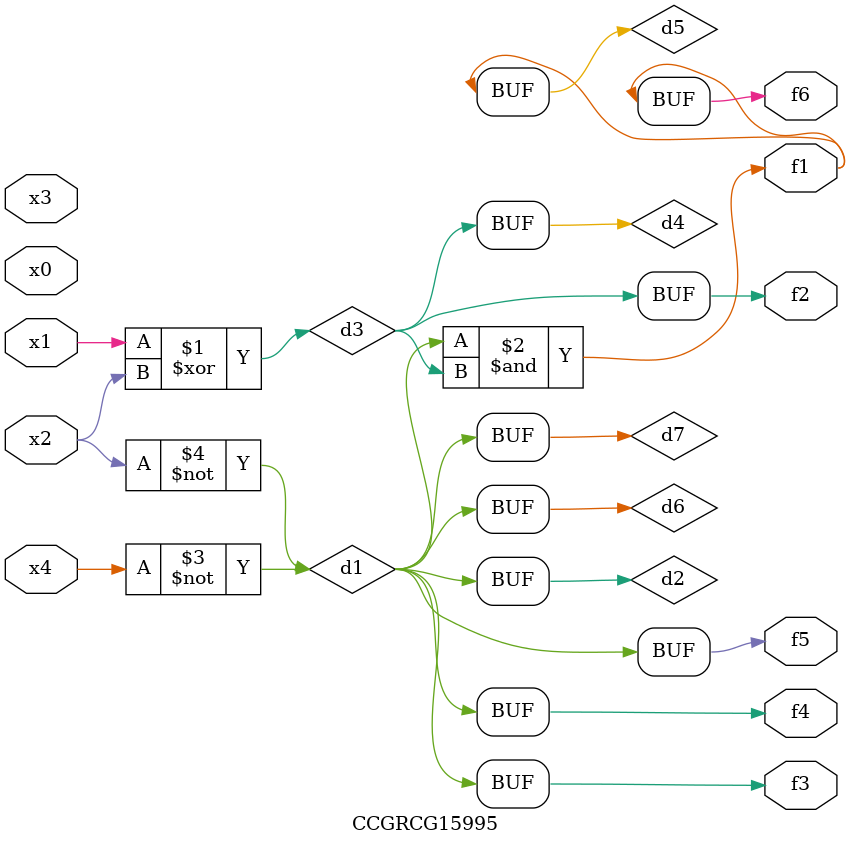
<source format=v>
module CCGRCG15995(
	input x0, x1, x2, x3, x4,
	output f1, f2, f3, f4, f5, f6
);

	wire d1, d2, d3, d4, d5, d6, d7;

	not (d1, x4);
	not (d2, x2);
	xor (d3, x1, x2);
	buf (d4, d3);
	and (d5, d1, d3);
	buf (d6, d1, d2);
	buf (d7, d2);
	assign f1 = d5;
	assign f2 = d4;
	assign f3 = d7;
	assign f4 = d7;
	assign f5 = d7;
	assign f6 = d5;
endmodule

</source>
